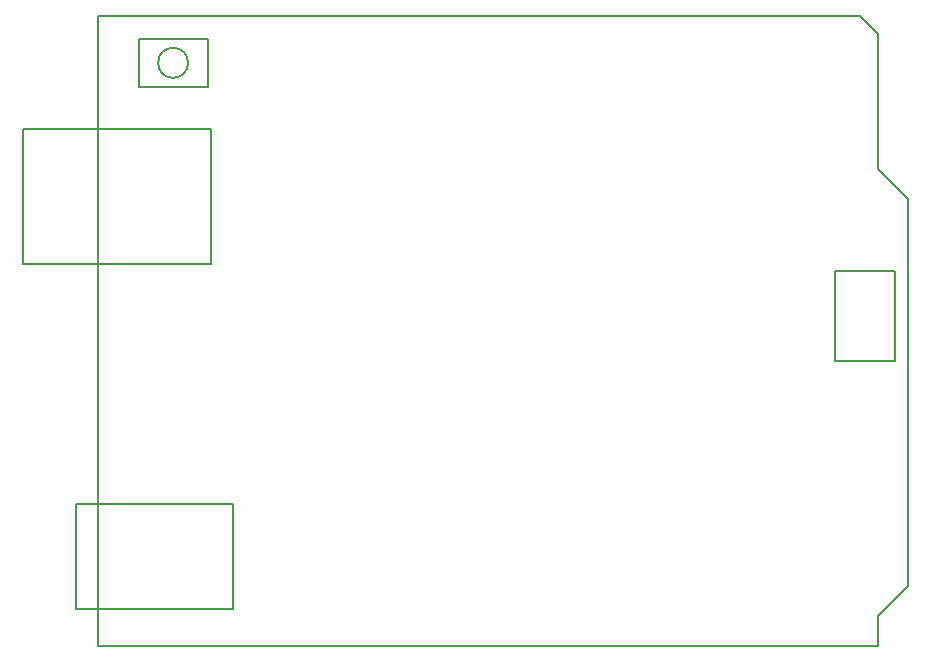
<source format=gbr>
%TF.GenerationSoftware,KiCad,Pcbnew,(6.0.2-0)*%
%TF.CreationDate,2022-05-07T22:45:41-07:00*%
%TF.ProjectId,cpe301d_kicad_David_Nakasone,63706533-3031-4645-9f6b-696361645f44,rev?*%
%TF.SameCoordinates,Original*%
%TF.FileFunction,OtherDrawing,Comment*%
%FSLAX46Y46*%
G04 Gerber Fmt 4.6, Leading zero omitted, Abs format (unit mm)*
G04 Created by KiCad (PCBNEW (6.0.2-0)) date 2022-05-07 22:45:41*
%MOMM*%
%LPD*%
G01*
G04 APERTURE LIST*
%ADD10C,0.150000*%
%TA.AperFunction,Profile*%
%ADD11C,0.150000*%
%TD*%
G04 APERTURE END LIST*
D10*
X120269000Y-78994000D02*
X114427000Y-78994000D01*
X120269000Y-74930000D02*
X120269000Y-78994000D01*
X118618000Y-76962000D02*
G75*
G03*
X118618000Y-76962000I-1270000J0D01*
G01*
X104648000Y-93980000D02*
X104648000Y-82550000D01*
X122428000Y-123190000D02*
X109093000Y-123190000D01*
X114427000Y-78994000D02*
X114427000Y-74930000D01*
X178435000Y-94615000D02*
X178435000Y-102235000D01*
X114427000Y-74930000D02*
X120269000Y-74930000D01*
X109093000Y-123190000D02*
X109093000Y-114300000D01*
X178435000Y-102235000D02*
X173355000Y-102235000D01*
X173355000Y-102235000D02*
X173355000Y-94615000D01*
X120523000Y-93980000D02*
X104648000Y-93980000D01*
X104648000Y-82550000D02*
X120523000Y-82550000D01*
X120523000Y-82550000D02*
X120523000Y-93980000D01*
X122428000Y-114300000D02*
X122428000Y-123190000D01*
X173355000Y-94615000D02*
X178435000Y-94615000D01*
X109093000Y-114300000D02*
X122428000Y-114300000D01*
D11*
X179578000Y-88519000D02*
X177038000Y-85979000D01*
X177038000Y-126365000D02*
X177038000Y-123825000D01*
X177038000Y-74549000D02*
X175514000Y-73025000D01*
X177038000Y-123825000D02*
X179578000Y-121285000D01*
X110998000Y-73025000D02*
X110998000Y-126365000D01*
X179578000Y-121285000D02*
X179578000Y-88519000D01*
X110998000Y-126365000D02*
X177038000Y-126365000D01*
X175514000Y-73025000D02*
X110998000Y-73025000D01*
X177038000Y-85979000D02*
X177038000Y-74549000D01*
M02*

</source>
